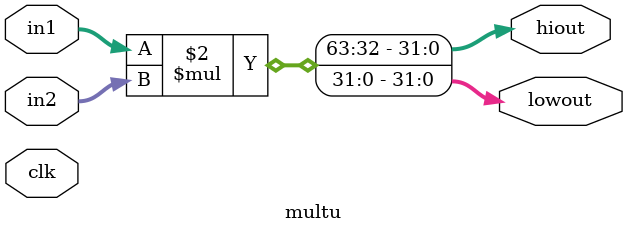
<source format=v>
`timescale 1ns / 1ps


module multu(
        input wire clk,
        input  wire [31:0] in1,
        input  wire [31:0] in2,
        output reg [31:0] hiout,
        output reg [31:0] lowout
    );
        always @ (clk, in1, in2)
        {hiout,lowout} = in1 * in2;
    
    
    
    
    
endmodule

</source>
